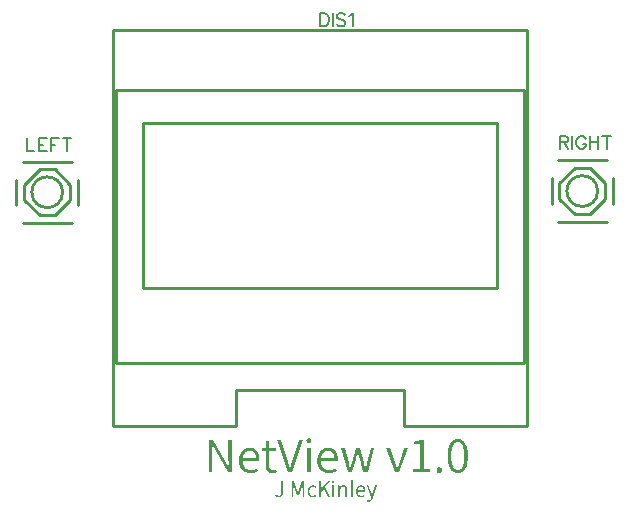
<source format=gto>
G04 Layer: TopSilkscreenLayer*
G04 EasyEDA v6.5.42, 2024-04-23 23:59:32*
G04 6f1416cd65ae409284c29a2362dae36f,3bb721cc424b4652afb4738f699644a2,10*
G04 Gerber Generator version 0.2*
G04 Scale: 100 percent, Rotated: No, Reflected: No *
G04 Dimensions in millimeters *
G04 leading zeros omitted , absolute positions ,4 integer and 5 decimal *
%FSLAX45Y45*%
%MOMM*%

%ADD10C,0.1524*%
%ADD11C,0.2540*%

%LPD*%
G36*
X2676144Y1309979D02*
G01*
X2667355Y1308506D01*
X2660497Y1304239D01*
X2656128Y1297686D01*
X2654604Y1289202D01*
X2654960Y1284376D01*
X2656128Y1280109D01*
X2658008Y1276350D01*
X2660497Y1273200D01*
X2663647Y1270711D01*
X2667355Y1268831D01*
X2671521Y1267714D01*
X2676144Y1267307D01*
X2684627Y1268831D01*
X2691434Y1273200D01*
X2695905Y1280109D01*
X2697530Y1289202D01*
X2695905Y1297686D01*
X2691434Y1304239D01*
X2684627Y1308506D01*
G37*
G36*
X3936492Y1301394D02*
G01*
X3931665Y1301242D01*
X3926890Y1300835D01*
X3922268Y1300124D01*
X3917746Y1299159D01*
X3913327Y1297940D01*
X3909060Y1296416D01*
X3904945Y1294638D01*
X3900932Y1292555D01*
X3897071Y1290218D01*
X3893312Y1287576D01*
X3889705Y1284681D01*
X3886250Y1281480D01*
X3882948Y1278026D01*
X3879748Y1274267D01*
X3873855Y1265885D01*
X3871163Y1261313D01*
X3866184Y1251254D01*
X3863949Y1245819D01*
X3859987Y1234033D01*
X3856685Y1221130D01*
X3854094Y1207058D01*
X3853027Y1199591D01*
X3851554Y1183741D01*
X3850741Y1166774D01*
X3850640Y1157884D01*
X3880916Y1157884D01*
X3881018Y1167841D01*
X3881932Y1186332D01*
X3882694Y1194917D01*
X3884879Y1210716D01*
X3886301Y1217930D01*
X3887927Y1224737D01*
X3889705Y1231036D01*
X3891686Y1236980D01*
X3893870Y1242466D01*
X3896207Y1247495D01*
X3898747Y1252118D01*
X3901440Y1256334D01*
X3904284Y1260094D01*
X3907332Y1263446D01*
X3910482Y1266444D01*
X3913784Y1268984D01*
X3917238Y1271117D01*
X3920845Y1272895D01*
X3924554Y1274216D01*
X3928414Y1275181D01*
X3932428Y1275791D01*
X3936492Y1275994D01*
X3940556Y1275791D01*
X3944467Y1275181D01*
X3948277Y1274216D01*
X3951935Y1272895D01*
X3955491Y1271117D01*
X3958894Y1268984D01*
X3962196Y1266444D01*
X3965295Y1263446D01*
X3968292Y1260094D01*
X3971086Y1256334D01*
X3973728Y1252118D01*
X3976217Y1247495D01*
X3978554Y1242466D01*
X3980687Y1236980D01*
X3982669Y1231036D01*
X3984447Y1224737D01*
X3986022Y1217930D01*
X3988612Y1203045D01*
X3990390Y1186332D01*
X3990949Y1177290D01*
X3991356Y1157884D01*
X3990949Y1138072D01*
X3990390Y1128826D01*
X3988612Y1111859D01*
X3986022Y1096670D01*
X3984447Y1089812D01*
X3982669Y1083360D01*
X3980687Y1077315D01*
X3978554Y1071778D01*
X3976217Y1066647D01*
X3973728Y1061923D01*
X3971086Y1057656D01*
X3968292Y1053846D01*
X3965295Y1050391D01*
X3962196Y1047394D01*
X3958894Y1044803D01*
X3955491Y1042619D01*
X3951935Y1040841D01*
X3948277Y1039469D01*
X3944467Y1038504D01*
X3940556Y1037894D01*
X3936492Y1037742D01*
X3932428Y1037894D01*
X3928414Y1038504D01*
X3924554Y1039469D01*
X3920845Y1040841D01*
X3917238Y1042619D01*
X3913784Y1044803D01*
X3910482Y1047394D01*
X3907332Y1050391D01*
X3904284Y1053846D01*
X3901440Y1057656D01*
X3898747Y1061923D01*
X3896207Y1066647D01*
X3893870Y1071778D01*
X3891686Y1077315D01*
X3889705Y1083360D01*
X3886301Y1096670D01*
X3884879Y1104036D01*
X3882694Y1120140D01*
X3881374Y1138072D01*
X3881018Y1147724D01*
X3880916Y1157884D01*
X3850640Y1157884D01*
X3851046Y1140206D01*
X3852214Y1123696D01*
X3853027Y1115822D01*
X3855313Y1101039D01*
X3858260Y1087374D01*
X3859987Y1080973D01*
X3863949Y1069035D01*
X3866184Y1063498D01*
X3871163Y1053287D01*
X3873855Y1048613D01*
X3876751Y1044194D01*
X3879748Y1040079D01*
X3886250Y1032713D01*
X3889705Y1029462D01*
X3893312Y1026464D01*
X3897071Y1023772D01*
X3900932Y1021384D01*
X3904945Y1019251D01*
X3909060Y1017422D01*
X3913327Y1015847D01*
X3917746Y1014577D01*
X3922268Y1013612D01*
X3926890Y1012901D01*
X3931665Y1012444D01*
X3941318Y1012444D01*
X3946042Y1012901D01*
X3950665Y1013612D01*
X3955135Y1014577D01*
X3959453Y1015847D01*
X3963670Y1017422D01*
X3967784Y1019251D01*
X3971747Y1021384D01*
X3975557Y1023772D01*
X3979265Y1026464D01*
X3982821Y1029462D01*
X3986225Y1032713D01*
X3989527Y1036269D01*
X3992626Y1040079D01*
X3995623Y1044194D01*
X3998468Y1048613D01*
X4001160Y1053287D01*
X4006037Y1063498D01*
X4010304Y1074877D01*
X4012184Y1080973D01*
X4015435Y1094079D01*
X4017975Y1108303D01*
X4019854Y1123696D01*
X4020972Y1140206D01*
X4021277Y1148892D01*
X4021277Y1166774D01*
X4020515Y1183690D01*
X4018991Y1199489D01*
X4016806Y1214120D01*
X4013860Y1227582D01*
X4012184Y1233932D01*
X4010304Y1239926D01*
X4006037Y1251153D01*
X4001160Y1261211D01*
X3998468Y1265834D01*
X3995623Y1270152D01*
X3989527Y1277924D01*
X3986225Y1281430D01*
X3982821Y1284630D01*
X3979265Y1287526D01*
X3975557Y1290167D01*
X3971747Y1292504D01*
X3967784Y1294587D01*
X3963670Y1296416D01*
X3959453Y1297940D01*
X3955135Y1299159D01*
X3950665Y1300124D01*
X3946042Y1300835D01*
X3941318Y1301242D01*
G37*
G36*
X1828088Y1296263D02*
G01*
X1828088Y1017371D01*
X1857806Y1017371D01*
X1857756Y1177340D01*
X1857400Y1191717D01*
X1855622Y1227175D01*
X1853946Y1255115D01*
X1855978Y1255115D01*
X1886204Y1197965D01*
X1991106Y1017371D01*
X2023872Y1017371D01*
X2023872Y1296263D01*
X1993950Y1296263D01*
X1993950Y1138224D01*
X1994306Y1123645D01*
X1995271Y1101699D01*
X1998014Y1058570D01*
X1996236Y1058570D01*
X1965960Y1115720D01*
X1860600Y1296263D01*
G37*
G36*
X2408986Y1296263D02*
G01*
X2498648Y1017371D01*
X2534716Y1017371D01*
X2623870Y1296263D01*
X2591866Y1296263D01*
X2527096Y1079347D01*
X2517952Y1050137D01*
X2516682Y1050137D01*
X2509215Y1073708D01*
X2491028Y1136192D01*
X2442210Y1296263D01*
G37*
G36*
X3623310Y1296263D02*
G01*
X3617722Y1293164D01*
X3611778Y1290218D01*
X3605428Y1287526D01*
X3598672Y1285036D01*
X3591458Y1282750D01*
X3583787Y1280718D01*
X3566922Y1277213D01*
X3566922Y1256944D01*
X3615944Y1256944D01*
X3615944Y1043279D01*
X3553460Y1043279D01*
X3553460Y1017371D01*
X3703574Y1017371D01*
X3703574Y1043279D01*
X3646982Y1043279D01*
X3646982Y1296263D01*
G37*
G36*
X2314752Y1281328D02*
G01*
X2310638Y1223162D01*
X2278430Y1221384D01*
X2278430Y1197457D01*
X2309622Y1197457D01*
X2309622Y1079652D01*
X2309825Y1072235D01*
X2310333Y1065225D01*
X2311196Y1058519D01*
X2312466Y1052169D01*
X2314143Y1046226D01*
X2316276Y1040688D01*
X2318816Y1035558D01*
X2321915Y1030935D01*
X2325471Y1026718D01*
X2329586Y1023010D01*
X2334209Y1019860D01*
X2339441Y1017168D01*
X2345283Y1015085D01*
X2351684Y1013561D01*
X2358796Y1012647D01*
X2366568Y1012342D01*
X2375458Y1012952D01*
X2384806Y1014730D01*
X2394102Y1017269D01*
X2402840Y1020165D01*
X2397048Y1043584D01*
X2391308Y1041400D01*
X2385161Y1039621D01*
X2378862Y1038402D01*
X2372918Y1037945D01*
X2367076Y1038301D01*
X2361946Y1039215D01*
X2357424Y1040739D01*
X2353513Y1042873D01*
X2350160Y1045514D01*
X2347417Y1048715D01*
X2345131Y1052474D01*
X2343353Y1056690D01*
X2341981Y1061415D01*
X2341067Y1066647D01*
X2340559Y1072286D01*
X2340356Y1078331D01*
X2340356Y1197457D01*
X2397302Y1197457D01*
X2397302Y1223162D01*
X2340356Y1223162D01*
X2340356Y1281328D01*
G37*
G36*
X2174798Y1228445D02*
G01*
X2169718Y1228293D01*
X2164689Y1227836D01*
X2159711Y1227074D01*
X2154834Y1226007D01*
X2149957Y1224584D01*
X2145182Y1222908D01*
X2140508Y1220978D01*
X2135936Y1218692D01*
X2131466Y1216152D01*
X2127097Y1213358D01*
X2122932Y1210259D01*
X2118868Y1206906D01*
X2114956Y1203299D01*
X2111197Y1199438D01*
X2107641Y1195273D01*
X2104288Y1190904D01*
X2101138Y1186281D01*
X2098192Y1181404D01*
X2095449Y1176274D01*
X2093010Y1170940D01*
X2090775Y1165352D01*
X2088794Y1159560D01*
X2087118Y1153515D01*
X2085695Y1147318D01*
X2084578Y1140866D01*
X2084019Y1136294D01*
X2113584Y1136294D01*
X2114600Y1143965D01*
X2116124Y1151280D01*
X2118156Y1158138D01*
X2120646Y1164539D01*
X2123541Y1170482D01*
X2126843Y1176020D01*
X2130501Y1181049D01*
X2134514Y1185621D01*
X2138832Y1189685D01*
X2143404Y1193241D01*
X2148281Y1196289D01*
X2153361Y1198778D01*
X2158593Y1200759D01*
X2164029Y1202182D01*
X2169617Y1203045D01*
X2175256Y1203350D01*
X2181402Y1203045D01*
X2187194Y1202232D01*
X2192629Y1200912D01*
X2197760Y1199032D01*
X2202484Y1196644D01*
X2206904Y1193698D01*
X2210917Y1190244D01*
X2214524Y1186281D01*
X2217775Y1181811D01*
X2220569Y1176782D01*
X2223008Y1171295D01*
X2224989Y1165301D01*
X2226564Y1158798D01*
X2227681Y1151788D01*
X2228392Y1144270D01*
X2228596Y1136294D01*
X2084019Y1136294D01*
X2083257Y1127302D01*
X2083104Y1120292D01*
X2083257Y1113129D01*
X2083714Y1106170D01*
X2084527Y1099413D01*
X2085644Y1092911D01*
X2087067Y1086662D01*
X2088743Y1080617D01*
X2090724Y1074775D01*
X2092960Y1069187D01*
X2095449Y1063853D01*
X2098192Y1058773D01*
X2101189Y1053896D01*
X2104440Y1049324D01*
X2107895Y1044956D01*
X2111552Y1040841D01*
X2115413Y1037031D01*
X2123795Y1030122D01*
X2128215Y1027125D01*
X2132838Y1024331D01*
X2137613Y1021842D01*
X2142540Y1019657D01*
X2147620Y1017727D01*
X2152853Y1016101D01*
X2158187Y1014730D01*
X2163622Y1013663D01*
X2169210Y1012952D01*
X2174849Y1012494D01*
X2180590Y1012342D01*
X2187600Y1012494D01*
X2194255Y1013104D01*
X2200656Y1014018D01*
X2206752Y1015237D01*
X2212644Y1016762D01*
X2218283Y1018590D01*
X2228900Y1022858D01*
X2238756Y1027887D01*
X2247950Y1033373D01*
X2236520Y1053947D01*
X2230729Y1050239D01*
X2224735Y1046937D01*
X2218588Y1044092D01*
X2212289Y1041704D01*
X2205685Y1039774D01*
X2198878Y1038352D01*
X2191816Y1037488D01*
X2184450Y1037234D01*
X2178354Y1037437D01*
X2172512Y1038098D01*
X2166874Y1039215D01*
X2161489Y1040739D01*
X2156307Y1042669D01*
X2151430Y1045006D01*
X2146757Y1047750D01*
X2142388Y1050848D01*
X2138273Y1054354D01*
X2134463Y1058164D01*
X2130907Y1062329D01*
X2127707Y1066850D01*
X2124760Y1071676D01*
X2122170Y1076807D01*
X2119934Y1082192D01*
X2118004Y1087932D01*
X2116378Y1093927D01*
X2115159Y1100175D01*
X2114296Y1106678D01*
X2113788Y1113434D01*
X2254554Y1113434D01*
X2255215Y1117396D01*
X2255977Y1126845D01*
X2255875Y1139291D01*
X2255418Y1146403D01*
X2254656Y1153210D01*
X2253589Y1159814D01*
X2252268Y1166164D01*
X2250592Y1172210D01*
X2248662Y1178001D01*
X2246426Y1183487D01*
X2243937Y1188720D01*
X2241143Y1193647D01*
X2238095Y1198270D01*
X2234742Y1202588D01*
X2231136Y1206601D01*
X2227275Y1210310D01*
X2223160Y1213662D01*
X2218740Y1216710D01*
X2214118Y1219403D01*
X2209241Y1221790D01*
X2204059Y1223822D01*
X2198674Y1225448D01*
X2193086Y1226769D01*
X2187194Y1227734D01*
X2181098Y1228293D01*
G37*
G36*
X2838754Y1228445D02*
G01*
X2833725Y1228293D01*
X2828696Y1227836D01*
X2823768Y1227074D01*
X2818841Y1226007D01*
X2814015Y1224584D01*
X2809240Y1222908D01*
X2804566Y1220978D01*
X2799994Y1218692D01*
X2795524Y1216152D01*
X2791206Y1213358D01*
X2786989Y1210259D01*
X2782925Y1206906D01*
X2779014Y1203299D01*
X2775254Y1199438D01*
X2771698Y1195273D01*
X2768346Y1190904D01*
X2765145Y1186281D01*
X2762199Y1181404D01*
X2759506Y1176274D01*
X2757017Y1170940D01*
X2754731Y1165352D01*
X2752801Y1159560D01*
X2751074Y1153515D01*
X2749651Y1147318D01*
X2748534Y1140866D01*
X2747975Y1136294D01*
X2777490Y1136294D01*
X2778556Y1143965D01*
X2780080Y1151280D01*
X2782112Y1158138D01*
X2784602Y1164539D01*
X2787497Y1170482D01*
X2790799Y1176020D01*
X2794457Y1181049D01*
X2798470Y1185621D01*
X2802788Y1189685D01*
X2807360Y1193241D01*
X2812237Y1196289D01*
X2817317Y1198778D01*
X2822549Y1200759D01*
X2827985Y1202182D01*
X2833573Y1203045D01*
X2839212Y1203350D01*
X2845358Y1203045D01*
X2851150Y1202232D01*
X2856585Y1200912D01*
X2861716Y1199032D01*
X2866440Y1196644D01*
X2870860Y1193698D01*
X2874873Y1190244D01*
X2878480Y1186281D01*
X2881731Y1181811D01*
X2884525Y1176782D01*
X2886964Y1171295D01*
X2888945Y1165301D01*
X2890520Y1158798D01*
X2891637Y1151788D01*
X2892348Y1144270D01*
X2892602Y1136294D01*
X2747975Y1136294D01*
X2747213Y1127302D01*
X2747010Y1120292D01*
X2747213Y1113129D01*
X2747670Y1106170D01*
X2748483Y1099413D01*
X2749600Y1092911D01*
X2751023Y1086662D01*
X2752699Y1080617D01*
X2754680Y1074775D01*
X2756916Y1069187D01*
X2759405Y1063853D01*
X2762148Y1058773D01*
X2765145Y1053896D01*
X2768396Y1049324D01*
X2771851Y1044956D01*
X2775508Y1040841D01*
X2779369Y1037031D01*
X2787751Y1030122D01*
X2792171Y1027125D01*
X2796794Y1024331D01*
X2801569Y1021842D01*
X2806496Y1019657D01*
X2811576Y1017727D01*
X2816809Y1016101D01*
X2822143Y1014730D01*
X2827578Y1013663D01*
X2833166Y1012952D01*
X2838805Y1012494D01*
X2844546Y1012342D01*
X2851607Y1012494D01*
X2858312Y1013104D01*
X2864713Y1014018D01*
X2870809Y1015237D01*
X2876702Y1016762D01*
X2882341Y1018590D01*
X2887726Y1020622D01*
X2892907Y1022858D01*
X2902712Y1027887D01*
X2911856Y1033373D01*
X2900730Y1053947D01*
X2894838Y1050239D01*
X2888792Y1046937D01*
X2882646Y1044092D01*
X2876245Y1041704D01*
X2869692Y1039774D01*
X2862834Y1038352D01*
X2855772Y1037488D01*
X2848356Y1037234D01*
X2842310Y1037437D01*
X2836468Y1038098D01*
X2830830Y1039215D01*
X2825445Y1040739D01*
X2820263Y1042669D01*
X2815386Y1045006D01*
X2810713Y1047750D01*
X2806344Y1050848D01*
X2802229Y1054354D01*
X2798419Y1058164D01*
X2794914Y1062329D01*
X2791714Y1066850D01*
X2788818Y1071676D01*
X2786227Y1076807D01*
X2783992Y1082192D01*
X2782062Y1087932D01*
X2780538Y1093927D01*
X2779318Y1100175D01*
X2778506Y1106678D01*
X2778048Y1113434D01*
X2918460Y1113434D01*
X2919272Y1117396D01*
X2919730Y1121918D01*
X2920034Y1131976D01*
X2919831Y1139291D01*
X2919374Y1146403D01*
X2918612Y1153210D01*
X2917545Y1159814D01*
X2916224Y1166164D01*
X2914548Y1172210D01*
X2912618Y1178001D01*
X2910382Y1183487D01*
X2907893Y1188720D01*
X2905099Y1193647D01*
X2902051Y1198270D01*
X2898698Y1202588D01*
X2895092Y1206601D01*
X2891231Y1210310D01*
X2887116Y1213662D01*
X2882696Y1216710D01*
X2878074Y1219403D01*
X2873197Y1221790D01*
X2868015Y1223822D01*
X2862630Y1225448D01*
X2857042Y1226769D01*
X2851150Y1227734D01*
X2845054Y1228293D01*
G37*
G36*
X2660700Y1223162D02*
G01*
X2660700Y1017371D01*
X2691434Y1017371D01*
X2691434Y1223162D01*
G37*
G36*
X2948940Y1223162D02*
G01*
X3006902Y1017371D01*
X3043428Y1017371D01*
X3073450Y1131671D01*
X3077718Y1146251D01*
X3081477Y1160983D01*
X3088436Y1191615D01*
X3090214Y1191615D01*
X3100781Y1146759D01*
X3104642Y1131976D01*
X3135934Y1017371D01*
X3173780Y1017371D01*
X3230168Y1223162D01*
X3200450Y1223162D01*
X3168700Y1100734D01*
X3155442Y1044092D01*
X3153968Y1044092D01*
X3139440Y1100734D01*
X3105912Y1223162D01*
X3074720Y1223162D01*
X3039465Y1093520D01*
X3026968Y1044092D01*
X3025394Y1044092D01*
X3019399Y1072286D01*
X3012998Y1100734D01*
X2980486Y1223162D01*
G37*
G36*
X3329940Y1223162D02*
G01*
X3404920Y1017371D01*
X3441192Y1017371D01*
X3514648Y1223162D01*
X3484168Y1223162D01*
X3443478Y1103528D01*
X3437178Y1083106D01*
X3423970Y1043076D01*
X3422446Y1043076D01*
X3410254Y1080516D01*
X3403092Y1103528D01*
X3362248Y1223162D01*
G37*
G36*
X3779774Y1062126D02*
G01*
X3775252Y1061618D01*
X3770934Y1060297D01*
X3767023Y1058062D01*
X3763568Y1055116D01*
X3760724Y1051458D01*
X3758539Y1047089D01*
X3757168Y1042162D01*
X3756660Y1036726D01*
X3757168Y1031544D01*
X3758539Y1026871D01*
X3760724Y1022756D01*
X3763568Y1019200D01*
X3767023Y1016304D01*
X3770934Y1014120D01*
X3775252Y1012799D01*
X3779774Y1012342D01*
X3784549Y1012799D01*
X3788968Y1014120D01*
X3792982Y1016304D01*
X3796487Y1019149D01*
X3799382Y1022756D01*
X3801567Y1026871D01*
X3802938Y1031544D01*
X3803446Y1036726D01*
X3802938Y1042162D01*
X3801567Y1047089D01*
X3799382Y1051458D01*
X3796487Y1055116D01*
X3792982Y1058062D01*
X3788968Y1060297D01*
X3784549Y1061618D01*
G37*
G36*
X3030778Y952703D02*
G01*
X3030778Y828700D01*
X3031642Y820267D01*
X3034436Y814069D01*
X3039262Y810209D01*
X3046272Y808939D01*
X3051403Y809244D01*
X3055162Y810158D01*
X3052876Y821334D01*
X3050844Y821131D01*
X3047796Y821436D01*
X3046323Y822604D01*
X3045358Y824636D01*
X3045002Y827684D01*
X3045002Y952703D01*
G37*
G36*
X2882696Y947877D02*
G01*
X2878531Y947115D01*
X2875330Y945083D01*
X2873248Y941933D01*
X2872536Y937971D01*
X2873248Y933805D01*
X2875330Y930554D01*
X2878531Y928522D01*
X2882696Y927811D01*
X2886608Y928522D01*
X2889758Y930605D01*
X2891840Y933805D01*
X2892602Y937971D01*
X2891840Y941933D01*
X2889758Y945083D01*
X2886608Y947115D01*
G37*
G36*
X2439974Y941222D02*
G01*
X2439974Y850087D01*
X2439619Y843076D01*
X2438654Y837184D01*
X2436977Y832307D01*
X2434590Y828446D01*
X2431592Y825500D01*
X2427884Y823468D01*
X2423464Y822248D01*
X2418384Y821842D01*
X2411425Y822655D01*
X2405329Y825246D01*
X2399944Y829818D01*
X2395270Y836574D01*
X2384602Y829208D01*
X2387549Y824484D01*
X2390952Y820369D01*
X2394712Y816864D01*
X2398877Y814019D01*
X2403449Y811784D01*
X2408478Y810209D01*
X2413863Y809244D01*
X2419654Y808939D01*
X2425649Y809294D01*
X2430983Y810310D01*
X2435758Y812038D01*
X2439924Y814324D01*
X2443530Y817219D01*
X2446629Y820572D01*
X2449169Y824382D01*
X2451201Y828649D01*
X2452776Y833221D01*
X2453843Y838149D01*
X2454503Y843381D01*
X2454706Y848766D01*
X2454706Y941222D01*
G37*
G36*
X2530144Y941222D02*
G01*
X2530144Y811174D01*
X2543352Y811174D01*
X2543352Y886358D01*
X2543200Y895299D01*
X2541574Y924255D01*
X2542336Y924255D01*
X2552496Y894537D01*
X2578150Y824687D01*
X2588310Y824687D01*
X2613710Y894537D01*
X2624124Y924255D01*
X2624886Y924255D01*
X2623261Y895299D01*
X2623108Y886358D01*
X2623108Y811174D01*
X2636824Y811174D01*
X2636824Y941222D01*
X2618536Y941222D01*
X2593136Y870153D01*
X2583992Y842416D01*
X2583230Y842416D01*
X2573832Y870153D01*
X2548178Y941222D01*
G37*
G36*
X2763062Y941222D02*
G01*
X2763062Y811174D01*
X2777794Y811174D01*
X2777794Y853084D01*
X2800908Y880821D01*
X2841040Y811174D01*
X2857296Y811174D01*
X2810306Y891997D01*
X2851200Y941222D01*
X2834436Y941222D01*
X2778048Y874471D01*
X2777794Y874471D01*
X2777794Y941222D01*
G37*
G36*
X2709976Y909777D02*
G01*
X2703931Y909370D01*
X2698140Y908253D01*
X2692552Y906373D01*
X2687269Y903782D01*
X2682392Y900480D01*
X2677972Y896467D01*
X2674061Y891844D01*
X2670708Y886510D01*
X2667965Y880618D01*
X2665933Y874064D01*
X2664714Y866902D01*
X2664256Y859231D01*
X2664663Y851560D01*
X2665780Y844448D01*
X2667660Y837946D01*
X2670200Y832053D01*
X2673350Y826769D01*
X2677058Y822147D01*
X2681325Y818184D01*
X2686100Y814882D01*
X2691282Y812292D01*
X2696819Y810412D01*
X2702763Y809294D01*
X2708960Y808939D01*
X2717495Y809752D01*
X2725572Y812139D01*
X2732989Y816000D01*
X2739694Y821131D01*
X2733344Y830732D01*
X2728518Y827024D01*
X2722930Y823925D01*
X2716784Y821842D01*
X2710230Y821131D01*
X2703576Y821791D01*
X2697581Y823823D01*
X2692298Y827125D01*
X2687777Y831596D01*
X2684170Y837082D01*
X2681478Y843584D01*
X2679801Y851001D01*
X2679242Y859231D01*
X2679852Y867410D01*
X2681579Y874826D01*
X2684373Y881329D01*
X2688082Y886815D01*
X2692654Y891286D01*
X2697988Y894587D01*
X2703982Y896619D01*
X2710484Y897331D01*
X2716225Y896721D01*
X2721356Y894994D01*
X2725978Y892251D01*
X2730296Y888695D01*
X2738170Y898042D01*
X2732633Y902563D01*
X2726283Y906271D01*
X2718765Y908812D01*
G37*
G36*
X2969310Y909777D02*
G01*
X2964484Y909421D01*
X2959963Y908405D01*
X2955696Y906881D01*
X2951632Y904849D01*
X2947720Y902360D01*
X2943961Y899566D01*
X2936798Y893216D01*
X2936290Y893216D01*
X2934766Y907237D01*
X2923082Y907237D01*
X2923082Y811174D01*
X2937560Y811174D01*
X2937560Y881329D01*
X2944622Y888136D01*
X2951175Y893064D01*
X2957830Y896061D01*
X2964992Y897077D01*
X2969615Y896670D01*
X2973527Y895502D01*
X2976829Y893521D01*
X2979470Y890676D01*
X2981502Y886968D01*
X2982925Y882396D01*
X2983788Y876858D01*
X2984042Y870356D01*
X2984042Y811174D01*
X2998520Y811174D01*
X2998520Y872134D01*
X2998063Y880871D01*
X2996793Y888441D01*
X2994558Y894892D01*
X2991459Y900176D01*
X2987395Y904341D01*
X2982315Y907338D01*
X2976321Y909167D01*
G37*
G36*
X3115614Y909777D02*
G01*
X3110179Y909370D01*
X3104845Y908151D01*
X3099714Y906221D01*
X3094837Y903528D01*
X3090265Y900176D01*
X3086100Y896112D01*
X3082340Y891387D01*
X3079140Y886104D01*
X3076549Y880160D01*
X3074568Y873709D01*
X3073343Y866597D01*
X3087166Y866597D01*
X3088335Y873607D01*
X3090418Y879856D01*
X3093262Y885240D01*
X3096869Y889762D01*
X3100984Y893318D01*
X3105658Y895908D01*
X3110636Y897534D01*
X3115868Y898042D01*
X3121456Y897534D01*
X3126384Y896061D01*
X3130651Y893521D01*
X3134207Y890016D01*
X3137052Y885596D01*
X3139084Y880160D01*
X3140354Y873810D01*
X3140760Y866597D01*
X3073343Y866597D01*
X3072942Y859231D01*
X3073349Y851560D01*
X3074568Y844448D01*
X3076498Y837946D01*
X3079089Y832053D01*
X3082340Y826769D01*
X3086150Y822147D01*
X3090519Y818184D01*
X3095345Y814882D01*
X3100578Y812292D01*
X3106216Y810412D01*
X3112160Y809294D01*
X3118408Y808939D01*
X3127705Y809650D01*
X3135985Y811733D01*
X3143300Y814832D01*
X3149904Y818540D01*
X3144570Y828192D01*
X3139084Y824941D01*
X3133242Y822452D01*
X3126943Y820877D01*
X3120186Y820369D01*
X3113278Y820978D01*
X3107029Y822909D01*
X3101543Y825957D01*
X3096818Y830122D01*
X3092958Y835253D01*
X3090062Y841349D01*
X3088081Y848258D01*
X3087166Y855929D01*
X3152952Y855929D01*
X3153410Y860044D01*
X3153460Y864819D01*
X3153156Y871474D01*
X3152343Y877722D01*
X3150920Y883513D01*
X3148990Y888746D01*
X3146552Y893470D01*
X3143605Y897636D01*
X3140100Y901242D01*
X3136138Y904240D01*
X3131718Y906627D01*
X3126790Y908354D01*
X3121406Y909370D01*
G37*
G36*
X2875330Y907237D02*
G01*
X2875330Y811174D01*
X2889808Y811174D01*
X2889808Y907237D01*
G37*
G36*
X3164636Y907237D02*
G01*
X3203244Y810666D01*
X3201212Y803097D01*
X3197453Y794562D01*
X3192526Y787704D01*
X3186379Y783132D01*
X3178860Y781456D01*
X3174746Y781964D01*
X3171240Y783031D01*
X3168446Y771347D01*
X3170732Y770483D01*
X3173323Y769823D01*
X3176219Y769416D01*
X3179368Y769264D01*
X3185922Y769975D01*
X3191764Y771855D01*
X3196945Y774903D01*
X3201466Y778916D01*
X3205429Y783844D01*
X3208883Y789432D01*
X3211830Y795629D01*
X3214420Y802284D01*
X3250996Y907237D01*
X3236772Y907237D01*
X3218738Y852322D01*
X3210610Y825195D01*
X3209848Y825195D01*
X3200196Y852322D01*
X3179622Y907237D01*
G37*
D10*
X289994Y3845313D02*
G01*
X289994Y3736347D01*
X289994Y3736347D02*
G01*
X352224Y3736347D01*
X386514Y3845313D02*
G01*
X386514Y3736347D01*
X386514Y3845313D02*
G01*
X454078Y3845313D01*
X386514Y3793497D02*
G01*
X428170Y3793497D01*
X386514Y3736347D02*
G01*
X454078Y3736347D01*
X488368Y3845313D02*
G01*
X488368Y3736347D01*
X488368Y3845313D02*
G01*
X555932Y3845313D01*
X488368Y3793497D02*
G01*
X530024Y3793497D01*
X626544Y3845313D02*
G01*
X626544Y3736347D01*
X590222Y3845313D02*
G01*
X663120Y3845313D01*
X4799998Y3865321D02*
G01*
X4799998Y3756355D01*
X4799998Y3865321D02*
G01*
X4846734Y3865321D01*
X4862228Y3860241D01*
X4867562Y3854907D01*
X4872642Y3844493D01*
X4872642Y3834079D01*
X4867562Y3823665D01*
X4862228Y3818585D01*
X4846734Y3813505D01*
X4799998Y3813505D01*
X4836320Y3813505D02*
G01*
X4872642Y3756355D01*
X4906932Y3865321D02*
G01*
X4906932Y3756355D01*
X5019200Y3839413D02*
G01*
X5014120Y3849827D01*
X5003706Y3860241D01*
X4993292Y3865321D01*
X4972464Y3865321D01*
X4962050Y3860241D01*
X4951636Y3849827D01*
X4946556Y3839413D01*
X4941222Y3823665D01*
X4941222Y3797757D01*
X4946556Y3782263D01*
X4951636Y3771849D01*
X4962050Y3761435D01*
X4972464Y3756355D01*
X4993292Y3756355D01*
X5003706Y3761435D01*
X5014120Y3771849D01*
X5019200Y3782263D01*
X5019200Y3797757D01*
X4993292Y3797757D02*
G01*
X5019200Y3797757D01*
X5053490Y3865321D02*
G01*
X5053490Y3756355D01*
X5126388Y3865321D02*
G01*
X5126388Y3756355D01*
X5053490Y3813505D02*
G01*
X5126388Y3813505D01*
X5197000Y3865321D02*
G01*
X5197000Y3756355D01*
X5160678Y3865321D02*
G01*
X5233322Y3865321D01*
X2770995Y4903906D02*
G01*
X2770995Y4794940D01*
X2770995Y4903906D02*
G01*
X2807317Y4903906D01*
X2823065Y4898826D01*
X2833225Y4888412D01*
X2838559Y4877998D01*
X2843639Y4862250D01*
X2843639Y4836342D01*
X2838559Y4820848D01*
X2833225Y4810434D01*
X2823065Y4800020D01*
X2807317Y4794940D01*
X2770995Y4794940D01*
X2877929Y4903906D02*
G01*
X2877929Y4794940D01*
X2985117Y4888412D02*
G01*
X2974703Y4898826D01*
X2958955Y4903906D01*
X2938381Y4903906D01*
X2922633Y4898826D01*
X2912219Y4888412D01*
X2912219Y4877998D01*
X2917553Y4867584D01*
X2922633Y4862250D01*
X2933047Y4857170D01*
X2964289Y4846756D01*
X2974703Y4841676D01*
X2979783Y4836342D01*
X2985117Y4825928D01*
X2985117Y4810434D01*
X2974703Y4800020D01*
X2958955Y4794940D01*
X2938381Y4794940D01*
X2922633Y4800020D01*
X2912219Y4810434D01*
X3019407Y4883078D02*
G01*
X3029821Y4888412D01*
X3045315Y4903906D01*
X3045315Y4794940D01*
D11*
X668672Y3129981D02*
G01*
X251330Y3129981D01*
X199999Y3283094D02*
G01*
X199999Y3496866D01*
X251330Y3649979D02*
G01*
X668667Y3649979D01*
X719998Y3496866D02*
G01*
X719998Y3283094D01*
X654999Y3324979D02*
G01*
X525000Y3194979D01*
X394997Y3194979D01*
X264998Y3324979D01*
X264998Y3454981D01*
X394997Y3584981D01*
X525000Y3584981D01*
X654999Y3454981D01*
X654999Y3324979D01*
X4781316Y3660005D02*
G01*
X5198658Y3660005D01*
X5249989Y3506891D02*
G01*
X5249989Y3293120D01*
X5198658Y3140006D02*
G01*
X4781321Y3140006D01*
X4729990Y3293120D02*
G01*
X4729990Y3506891D01*
X4794989Y3465007D02*
G01*
X4924988Y3595006D01*
X5054991Y3595006D01*
X5184990Y3465007D01*
X5184990Y3335004D01*
X5054991Y3205005D01*
X4924988Y3205005D01*
X4794989Y3335004D01*
X4794989Y3465007D01*
X1018395Y4763190D02*
G01*
X1018395Y1410390D01*
X2059795Y1410390D01*
X2059795Y1715190D01*
X3482195Y1715190D01*
X3482195Y1410390D01*
X4523595Y1410390D01*
X4523595Y4763190D01*
X1018395Y4763190D01*
X1272395Y3975790D02*
G01*
X4269595Y3975790D01*
X4269595Y2578790D01*
X1272395Y2578790D01*
X1272395Y3975790D01*
X1043795Y4255190D02*
G01*
X4498195Y4255190D01*
X4498195Y1943790D01*
X1043795Y1943790D01*
X1043795Y4255190D01*
G75*
G01
X589991Y3389986D02*
G03X589991Y3389986I-129997J0D01*
G75*
G01
X5119980Y3399993D02*
G03X5119980Y3399993I-129997J0D01*
M02*

</source>
